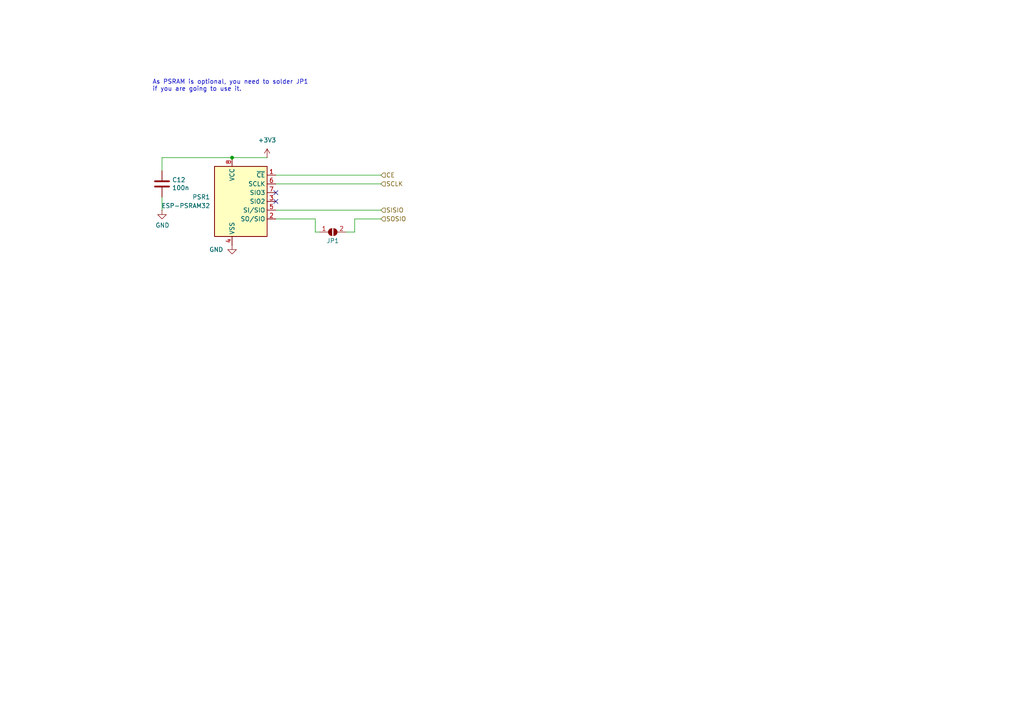
<source format=kicad_sch>
(kicad_sch (version 20231120) (generator "eeschema") (generator_version "8.0")
  (paper "A4")
  (title_block (title "MiniFRANK") (date "2025-01-14") (rev "2.0") (company "Mikhail Matveev") (comment 1 "https://github.com/xtremespb/frank"))
  (lib_symbols
    (symbol "Device:C" (pin_numbers hide) (pin_names (offset 0.254))
      (property "Reference" "C" (at 0.635 2.54 0))
      (property "Value" "C" (at 0.635 -2.54 0))
      (symbol "C_0_1"
        (polyline (pts (xy -2.032 -0.762) (xy 2.032 -0.762)) (stroke (width 0.508)))
        (polyline (pts (xy -2.032 0.762) (xy 2.032 0.762)) (stroke (width 0.508)))
      )
      (symbol "C_1_1"
        (pin passive line (at 0 3.81 270) (length 2.794) (name "~") (number "1"))
        (pin passive line (at 0 -3.81 90) (length 2.794) (name "~") (number "2"))
      )
    )
    (symbol "FRANK:ESP-PSRAM32"
      (property "Reference" "PSR1" (at -8.89 1.2701 0))
      (property "Value" "PSRAM" (at -8.89 -1.2699 0))
      (symbol "ESP-PSRAM32_0_1"
        (rectangle (start -7.62 10.16) (end 7.62 -10.16) (stroke (width 0.254)) (fill (type background)))
      )
      (symbol "ESP-PSRAM32_1_1"
        (pin input line (at 10.16 7.62 180) (length 2.54) (name "~{CE}") (number "1"))
        (pin output line (at 10.16 -5.08 180) (length 2.54) (name "SO/SIO") (number "2"))
        (pin bidirectional line (at 10.16 0 180) (length 2.54) (name "SIO2") (number "3"))
        (pin power_in line (at -2.54 -12.7 90) (length 2.54) (name "VSS") (number "4"))
        (pin input line (at 10.16 -2.54 180) (length 2.54) (name "SI/SIO") (number "5"))
        (pin output line (at 10.16 5.08 180) (length 2.54) (name "SCLK") (number "6"))
        (pin bidirectional line (at 10.16 2.54 180) (length 2.54) (name "SIO3") (number "7"))
        (pin power_in line (at -2.54 12.7 270) (length 2.54) (name "VCC") (number "8"))
      )
    )
    (symbol "GND_1" (power) (pin_numbers hide) (pin_names (offset 0) hide)
      (property "Value" "GND" (at 0 -3.81 0))
      (symbol "GND_1_0_1"
        (polyline (pts (xy 0 0) (xy 0 -1.27) (xy 1.27 -1.27) (xy 0 -2.54) (xy -1.27 -1.27) (xy 0 -1.27)))
      )
      (symbol "GND_1_1_1"
        (pin power_in line (at 0 0 270) (length 0) (name "~") (number "1"))
      )
    )
    (symbol "Jumper:SolderJumper_2_Open" (pin_names (offset 0) hide)
      (property "Reference" "JP" (at 0 2.032 0))
      (property "Value" "SolderJumper_2_Open" (at 0 -2.54 0))
      (symbol "SolderJumper_2_Open_0_1"
        (arc (start -0.254 1.016) (mid -1.2655 0) (end -0.254 -1.016))
        (arc (start -0.254 1.016) (mid -1.2655 0) (end -0.254 -1.016) (fill (type outline)))
        (polyline (pts (xy -0.254 1.016) (xy -0.254 -1.016)))
        (polyline (pts (xy 0.254 1.016) (xy 0.254 -1.016)))
        (arc (start 0.254 -1.016) (mid 1.2655 0) (end 0.254 1.016))
        (arc (start 0.254 -1.016) (mid 1.2655 0) (end 0.254 1.016) (fill (type outline)))
      )
      (symbol "SolderJumper_2_Open_1_1"
        (pin passive line (at -3.81 0 0) (length 2.54) (name "A") (number "1"))
        (pin passive line (at 3.81 0 180) (length 2.54) (name "B") (number "2"))
      )
    )
    (symbol "power:+3V3" (power) (pin_numbers hide) (pin_names (offset 0) hide)
      (property "Value" "+3V3" (at 0 3.556 0))
      (symbol "+3V3_0_1"
        (polyline (pts (xy -0.762 1.27) (xy 0 2.54)))
        (polyline (pts (xy 0 0) (xy 0 2.54)))
        (polyline (pts (xy 0 2.54) (xy 0.762 1.27)))
      )
      (symbol "+3V3_1_1"
        (pin power_in line (at 0 0 90) (length 0) (name "~") (number "1"))
      )
    )
    (symbol "power:GND" (power) (pin_numbers hide) (pin_names (offset 0) hide)
      (property "Value" "GND" (at 0 -3.81 0))
      (symbol "GND_0_1"
        (polyline (pts (xy 0 0) (xy 0 -1.27) (xy 1.27 -1.27) (xy 0 -2.54) (xy -1.27 -1.27) (xy 0 -1.27)))
      )
      (symbol "GND_1_1"
        (pin power_in line (at 0 0 270) (length 0) (name "~") (number "1"))
      )
    )
  )
  (junction (at 67.31 45.72))
  (no_connect (at 80.01 55.88))
  (no_connect (at 80.01 58.42))
  (wire (pts (xy 80.01 50.8) (xy 110.49 50.8)))
  (wire (pts (xy 91.44 67.31) (xy 91.44 63.5)))
  (wire (pts (xy 91.44 67.31) (xy 92.71 67.31)))
  (wire (pts (xy 46.99 45.72) (xy 46.99 49.53)))
  (wire (pts (xy 80.01 53.34) (xy 110.49 53.34)))
  (wire (pts (xy 46.99 45.72) (xy 67.31 45.72)))
  (wire (pts (xy 67.31 45.72) (xy 77.47 45.72)))
  (wire (pts (xy 46.99 57.15) (xy 46.99 60.96)))
  (wire (pts (xy 80.01 60.96) (xy 110.49 60.96)))
  (wire (pts (xy 102.87 67.31) (xy 102.87 63.5)))
  (wire (pts (xy 102.87 63.5) (xy 110.49 63.5)))
  (wire (pts (xy 100.33 67.31) (xy 102.87 67.31)))
  (wire (pts (xy 91.44 63.5) (xy 80.01 63.5)))
  (text "As PSRAM is optional, you need to solder JP1\nif you are going to use it." (at 44.196 24.892 0) (effects (font (size 1.27 1.27)) (justify left)))
  (hierarchical_label "SISIO" (shape input) (at 110.49 60.96 0))
  (hierarchical_label "CE" (shape input) (at 110.49 50.8 0))
  (hierarchical_label "SCLK" (shape input) (at 110.49 53.34 0))
  (hierarchical_label "SOSIO" (shape input) (at 110.49 63.5 0))
  (symbol (lib_id "power:GND") (at 67.31 71.12 0) (unit 1)
    (property "Reference" "#PWR050" (effects (hide yes)))
    (property "Value" "GND" (at 64.77 72.39 0) (effects (justify right)))
    (property "Description" "Power symbol creates a global label with name \"GND\" , ground" (effects (hide yes)))
    (instances (project "frank2" (path "" (reference "#PWR044") (unit 1))))
  )
  (symbol (lib_id "power:+3V3") (at 77.47 45.72 0) (unit 1)
    (property "Reference" "#PWR048" (effects (hide yes)))
    (property "Value" "+3V3" (at 77.47 40.64 0))
    (property "Description" "Power symbol creates a global label with name \"+3V3\"" (effects (hide yes)))
    (instances (project "" (path "" (reference "#PWR042") (unit 1))))
  )
  (symbol (lib_id "FRANK:ESP-PSRAM32") (at 69.85 58.42 0) (unit 1)
    (property "Reference" "PSR1" (at 60.96 57.1499 0) (effects (justify right)))
    (property "Value" "ESP-PSRAM32" (at 60.96 59.6899 0) (effects (justify right)))
    (property "Footprint" "FRANK:SOIC-8" (effects (hide yes)))
    (property "Datasheet" "https://www.espressif.com/sites/default/files/documentation/esp-psram32_datasheet_en.pdf" (effects (hide yes)))
    (property "AliExpress" "https://www.aliexpress.com/item/1005006440914173.html" (effects (hide yes)))
  )
  (symbol (lib_id "Device:C") (at 46.99 53.34 0) (unit 1)
    (property "Reference" "C21" (at 49.911 52.1716 0) (effects (justify left)))
    (property "Value" "100n" (at 49.911 54.483 0) (effects (justify left)))
    (property "Footprint" "FRANK:Capacitor (0805)" (effects (hide yes)))
    (property "Datasheet" "https://eu.mouser.com/datasheet/2/447/KEM_C1075_X7R_HT_SMD-3316221.pdf" (effects (hide yes)))
    (property "AliExpress" "https://www.aliexpress.com/item/33008008276.html" (effects (hide yes)))
    (instances (project "frank2" (path "" (reference "C12") (unit 1))))
  )
  (symbol (lib_id "Jumper:SolderJumper_2_Open") (at 96.52 67.31 0) (unit 1)
    (property "Reference" "JP1" (at 96.52 69.85 0))
    (property "Value" "Jumper PSRAM (2.54)" (effects (hide yes)))
    (property "Footprint" "FRANK:Jumper (solder)" (effects (hide yes)))
    (property "Datasheet" "https://cdn-shop.adafruit.com/product-files/4677/4677_esp-psram64_esp-psram64h_datasheet_en.pdf" (effects (hide yes)))
    (property "AliExpress" "https://www.aliexpress.com/item/1005006454399822.html" (effects (hide yes)))
  )
  (symbol (lib_name "GND_1") (lib_id "power:GND") (at 46.99 60.96 0) (unit 1)
    (property "Reference" "#PWR049" (effects (hide yes)))
    (property "Value" "GND" (at 47.117 65.3542 0))
    (property "Description" "Power symbol creates a global label with name \"GND\" , ground" (effects (hide yes)))
    (instances (project "frank2" (path "" (reference "#PWR043") (unit 1))))
  )
)
</source>
